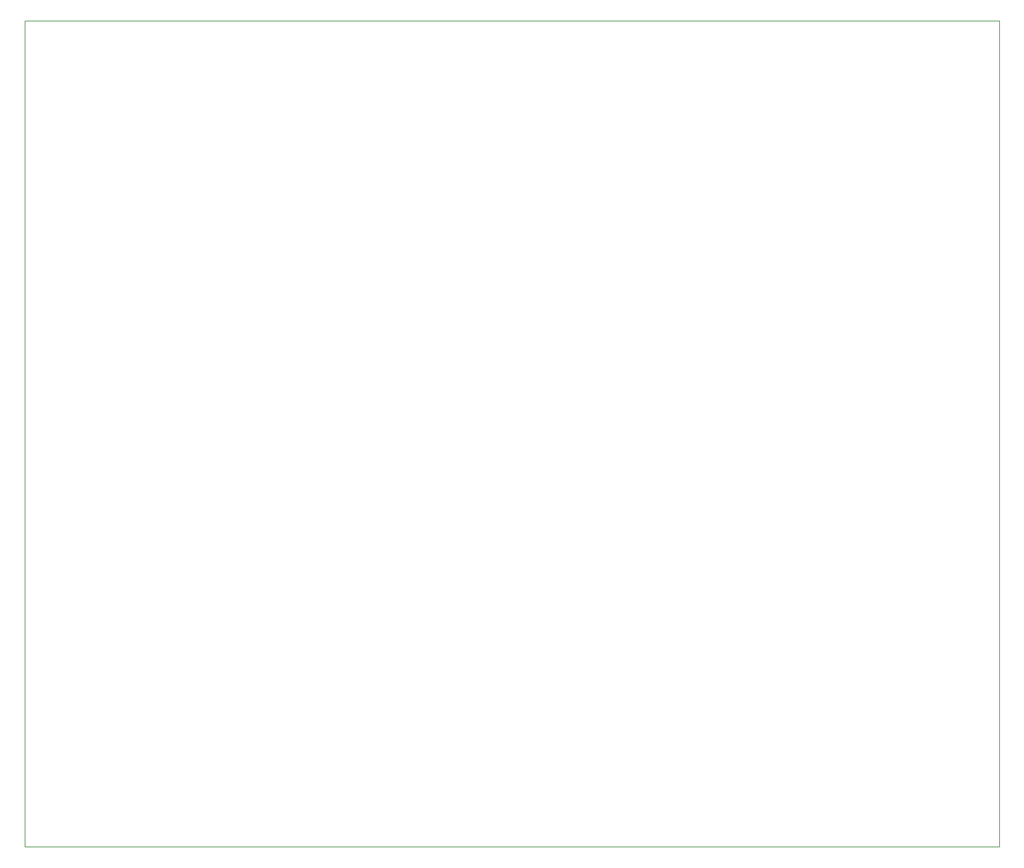
<source format=gbr>
%TF.GenerationSoftware,KiCad,Pcbnew,(6.0.6-0)*%
%TF.CreationDate,2023-03-25T11:09:11-07:00*%
%TF.ProjectId,le2-daq-new,6c65322d-6461-4712-9d6e-65772e6b6963,rev?*%
%TF.SameCoordinates,Original*%
%TF.FileFunction,Profile,NP*%
%FSLAX46Y46*%
G04 Gerber Fmt 4.6, Leading zero omitted, Abs format (unit mm)*
G04 Created by KiCad (PCBNEW (6.0.6-0)) date 2023-03-25 11:09:11*
%MOMM*%
%LPD*%
G01*
G04 APERTURE LIST*
%TA.AperFunction,Profile*%
%ADD10C,0.100000*%
%TD*%
G04 APERTURE END LIST*
D10*
X82042000Y-32766000D02*
X205486000Y-32766000D01*
X205486000Y-32766000D02*
X205486000Y-137414000D01*
X205486000Y-137414000D02*
X82042000Y-137414000D01*
X82042000Y-137414000D02*
X82042000Y-32766000D01*
M02*

</source>
